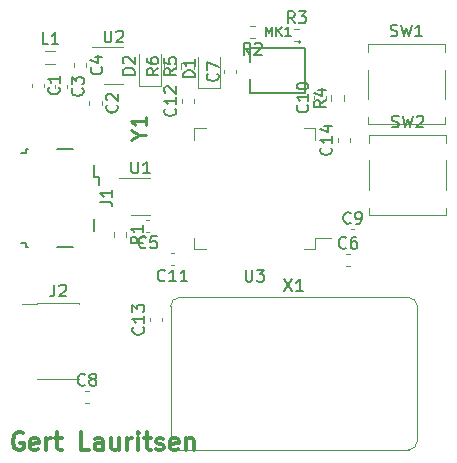
<source format=gbr>
%TF.GenerationSoftware,KiCad,Pcbnew,(6.0.0)*%
%TF.CreationDate,2022-03-30T15:51:48+02:00*%
%TF.ProjectId,USBMIc,5553424d-4963-42e6-9b69-6361645f7063,rev?*%
%TF.SameCoordinates,Original*%
%TF.FileFunction,Legend,Top*%
%TF.FilePolarity,Positive*%
%FSLAX46Y46*%
G04 Gerber Fmt 4.6, Leading zero omitted, Abs format (unit mm)*
G04 Created by KiCad (PCBNEW (6.0.0)) date 2022-03-30 15:51:48*
%MOMM*%
%LPD*%
G01*
G04 APERTURE LIST*
%ADD10C,0.300000*%
%ADD11C,0.150000*%
%ADD12C,0.254000*%
%ADD13C,0.120000*%
%ADD14C,0.200000*%
%ADD15C,0.127000*%
G04 APERTURE END LIST*
D10*
X67842857Y-93450000D02*
X67700000Y-93378571D01*
X67485714Y-93378571D01*
X67271428Y-93450000D01*
X67128571Y-93592857D01*
X67057142Y-93735714D01*
X66985714Y-94021428D01*
X66985714Y-94235714D01*
X67057142Y-94521428D01*
X67128571Y-94664285D01*
X67271428Y-94807142D01*
X67485714Y-94878571D01*
X67628571Y-94878571D01*
X67842857Y-94807142D01*
X67914285Y-94735714D01*
X67914285Y-94235714D01*
X67628571Y-94235714D01*
X69128571Y-94807142D02*
X68985714Y-94878571D01*
X68700000Y-94878571D01*
X68557142Y-94807142D01*
X68485714Y-94664285D01*
X68485714Y-94092857D01*
X68557142Y-93950000D01*
X68700000Y-93878571D01*
X68985714Y-93878571D01*
X69128571Y-93950000D01*
X69200000Y-94092857D01*
X69200000Y-94235714D01*
X68485714Y-94378571D01*
X69842857Y-94878571D02*
X69842857Y-93878571D01*
X69842857Y-94164285D02*
X69914285Y-94021428D01*
X69985714Y-93950000D01*
X70128571Y-93878571D01*
X70271428Y-93878571D01*
X70557142Y-93878571D02*
X71128571Y-93878571D01*
X70771428Y-93378571D02*
X70771428Y-94664285D01*
X70842857Y-94807142D01*
X70985714Y-94878571D01*
X71128571Y-94878571D01*
X73485714Y-94878571D02*
X72771428Y-94878571D01*
X72771428Y-93378571D01*
X74628571Y-94878571D02*
X74628571Y-94092857D01*
X74557142Y-93950000D01*
X74414285Y-93878571D01*
X74128571Y-93878571D01*
X73985714Y-93950000D01*
X74628571Y-94807142D02*
X74485714Y-94878571D01*
X74128571Y-94878571D01*
X73985714Y-94807142D01*
X73914285Y-94664285D01*
X73914285Y-94521428D01*
X73985714Y-94378571D01*
X74128571Y-94307142D01*
X74485714Y-94307142D01*
X74628571Y-94235714D01*
X75985714Y-93878571D02*
X75985714Y-94878571D01*
X75342857Y-93878571D02*
X75342857Y-94664285D01*
X75414285Y-94807142D01*
X75557142Y-94878571D01*
X75771428Y-94878571D01*
X75914285Y-94807142D01*
X75985714Y-94735714D01*
X76700000Y-94878571D02*
X76700000Y-93878571D01*
X76700000Y-94164285D02*
X76771428Y-94021428D01*
X76842857Y-93950000D01*
X76985714Y-93878571D01*
X77128571Y-93878571D01*
X77628571Y-94878571D02*
X77628571Y-93878571D01*
X77628571Y-93378571D02*
X77557142Y-93450000D01*
X77628571Y-93521428D01*
X77700000Y-93450000D01*
X77628571Y-93378571D01*
X77628571Y-93521428D01*
X78128571Y-93878571D02*
X78700000Y-93878571D01*
X78342857Y-93378571D02*
X78342857Y-94664285D01*
X78414285Y-94807142D01*
X78557142Y-94878571D01*
X78700000Y-94878571D01*
X79128571Y-94807142D02*
X79271428Y-94878571D01*
X79557142Y-94878571D01*
X79700000Y-94807142D01*
X79771428Y-94664285D01*
X79771428Y-94592857D01*
X79700000Y-94450000D01*
X79557142Y-94378571D01*
X79342857Y-94378571D01*
X79200000Y-94307142D01*
X79128571Y-94164285D01*
X79128571Y-94092857D01*
X79200000Y-93950000D01*
X79342857Y-93878571D01*
X79557142Y-93878571D01*
X79700000Y-93950000D01*
X80985714Y-94807142D02*
X80842857Y-94878571D01*
X80557142Y-94878571D01*
X80414285Y-94807142D01*
X80342857Y-94664285D01*
X80342857Y-94092857D01*
X80414285Y-93950000D01*
X80557142Y-93878571D01*
X80842857Y-93878571D01*
X80985714Y-93950000D01*
X81057142Y-94092857D01*
X81057142Y-94235714D01*
X80342857Y-94378571D01*
X81700000Y-93878571D02*
X81700000Y-94878571D01*
X81700000Y-94021428D02*
X81771428Y-93950000D01*
X81914285Y-93878571D01*
X82128571Y-93878571D01*
X82271428Y-93950000D01*
X82342857Y-94092857D01*
X82342857Y-94878571D01*
D11*
%TO.C,C14*%
X93927142Y-69267857D02*
X93974761Y-69315476D01*
X94022380Y-69458333D01*
X94022380Y-69553571D01*
X93974761Y-69696428D01*
X93879523Y-69791666D01*
X93784285Y-69839285D01*
X93593809Y-69886904D01*
X93450952Y-69886904D01*
X93260476Y-69839285D01*
X93165238Y-69791666D01*
X93070000Y-69696428D01*
X93022380Y-69553571D01*
X93022380Y-69458333D01*
X93070000Y-69315476D01*
X93117619Y-69267857D01*
X94022380Y-68315476D02*
X94022380Y-68886904D01*
X94022380Y-68601190D02*
X93022380Y-68601190D01*
X93165238Y-68696428D01*
X93260476Y-68791666D01*
X93308095Y-68886904D01*
X93355714Y-67458333D02*
X94022380Y-67458333D01*
X92974761Y-67696428D02*
X93689047Y-67934523D01*
X93689047Y-67315476D01*
%TO.C,C13*%
X78027142Y-84467857D02*
X78074761Y-84515476D01*
X78122380Y-84658333D01*
X78122380Y-84753571D01*
X78074761Y-84896428D01*
X77979523Y-84991666D01*
X77884285Y-85039285D01*
X77693809Y-85086904D01*
X77550952Y-85086904D01*
X77360476Y-85039285D01*
X77265238Y-84991666D01*
X77170000Y-84896428D01*
X77122380Y-84753571D01*
X77122380Y-84658333D01*
X77170000Y-84515476D01*
X77217619Y-84467857D01*
X78122380Y-83515476D02*
X78122380Y-84086904D01*
X78122380Y-83801190D02*
X77122380Y-83801190D01*
X77265238Y-83896428D01*
X77360476Y-83991666D01*
X77408095Y-84086904D01*
X77122380Y-83182142D02*
X77122380Y-82563095D01*
X77503333Y-82896428D01*
X77503333Y-82753571D01*
X77550952Y-82658333D01*
X77598571Y-82610714D01*
X77693809Y-82563095D01*
X77931904Y-82563095D01*
X78027142Y-82610714D01*
X78074761Y-82658333D01*
X78122380Y-82753571D01*
X78122380Y-83039285D01*
X78074761Y-83134523D01*
X78027142Y-83182142D01*
%TO.C,C12*%
X80727142Y-65967857D02*
X80774761Y-66015476D01*
X80822380Y-66158333D01*
X80822380Y-66253571D01*
X80774761Y-66396428D01*
X80679523Y-66491666D01*
X80584285Y-66539285D01*
X80393809Y-66586904D01*
X80250952Y-66586904D01*
X80060476Y-66539285D01*
X79965238Y-66491666D01*
X79870000Y-66396428D01*
X79822380Y-66253571D01*
X79822380Y-66158333D01*
X79870000Y-66015476D01*
X79917619Y-65967857D01*
X80822380Y-65015476D02*
X80822380Y-65586904D01*
X80822380Y-65301190D02*
X79822380Y-65301190D01*
X79965238Y-65396428D01*
X80060476Y-65491666D01*
X80108095Y-65586904D01*
X79917619Y-64634523D02*
X79870000Y-64586904D01*
X79822380Y-64491666D01*
X79822380Y-64253571D01*
X79870000Y-64158333D01*
X79917619Y-64110714D01*
X80012857Y-64063095D01*
X80108095Y-64063095D01*
X80250952Y-64110714D01*
X80822380Y-64682142D01*
X80822380Y-64063095D01*
%TO.C,C11*%
X79882142Y-80487142D02*
X79834523Y-80534761D01*
X79691666Y-80582380D01*
X79596428Y-80582380D01*
X79453571Y-80534761D01*
X79358333Y-80439523D01*
X79310714Y-80344285D01*
X79263095Y-80153809D01*
X79263095Y-80010952D01*
X79310714Y-79820476D01*
X79358333Y-79725238D01*
X79453571Y-79630000D01*
X79596428Y-79582380D01*
X79691666Y-79582380D01*
X79834523Y-79630000D01*
X79882142Y-79677619D01*
X80834523Y-80582380D02*
X80263095Y-80582380D01*
X80548809Y-80582380D02*
X80548809Y-79582380D01*
X80453571Y-79725238D01*
X80358333Y-79820476D01*
X80263095Y-79868095D01*
X81786904Y-80582380D02*
X81215476Y-80582380D01*
X81501190Y-80582380D02*
X81501190Y-79582380D01*
X81405952Y-79725238D01*
X81310714Y-79820476D01*
X81215476Y-79868095D01*
%TO.C,C10*%
X91927142Y-65667857D02*
X91974761Y-65715476D01*
X92022380Y-65858333D01*
X92022380Y-65953571D01*
X91974761Y-66096428D01*
X91879523Y-66191666D01*
X91784285Y-66239285D01*
X91593809Y-66286904D01*
X91450952Y-66286904D01*
X91260476Y-66239285D01*
X91165238Y-66191666D01*
X91070000Y-66096428D01*
X91022380Y-65953571D01*
X91022380Y-65858333D01*
X91070000Y-65715476D01*
X91117619Y-65667857D01*
X92022380Y-64715476D02*
X92022380Y-65286904D01*
X92022380Y-65001190D02*
X91022380Y-65001190D01*
X91165238Y-65096428D01*
X91260476Y-65191666D01*
X91308095Y-65286904D01*
X91022380Y-64096428D02*
X91022380Y-64001190D01*
X91070000Y-63905952D01*
X91117619Y-63858333D01*
X91212857Y-63810714D01*
X91403333Y-63763095D01*
X91641428Y-63763095D01*
X91831904Y-63810714D01*
X91927142Y-63858333D01*
X91974761Y-63905952D01*
X92022380Y-64001190D01*
X92022380Y-64096428D01*
X91974761Y-64191666D01*
X91927142Y-64239285D01*
X91831904Y-64286904D01*
X91641428Y-64334523D01*
X91403333Y-64334523D01*
X91212857Y-64286904D01*
X91117619Y-64239285D01*
X91070000Y-64191666D01*
X91022380Y-64096428D01*
%TO.C,C9*%
X95608333Y-75627142D02*
X95560714Y-75674761D01*
X95417857Y-75722380D01*
X95322619Y-75722380D01*
X95179761Y-75674761D01*
X95084523Y-75579523D01*
X95036904Y-75484285D01*
X94989285Y-75293809D01*
X94989285Y-75150952D01*
X95036904Y-74960476D01*
X95084523Y-74865238D01*
X95179761Y-74770000D01*
X95322619Y-74722380D01*
X95417857Y-74722380D01*
X95560714Y-74770000D01*
X95608333Y-74817619D01*
X96084523Y-75722380D02*
X96275000Y-75722380D01*
X96370238Y-75674761D01*
X96417857Y-75627142D01*
X96513095Y-75484285D01*
X96560714Y-75293809D01*
X96560714Y-74912857D01*
X96513095Y-74817619D01*
X96465476Y-74770000D01*
X96370238Y-74722380D01*
X96179761Y-74722380D01*
X96084523Y-74770000D01*
X96036904Y-74817619D01*
X95989285Y-74912857D01*
X95989285Y-75150952D01*
X96036904Y-75246190D01*
X96084523Y-75293809D01*
X96179761Y-75341428D01*
X96370238Y-75341428D01*
X96465476Y-75293809D01*
X96513095Y-75246190D01*
X96560714Y-75150952D01*
D12*
%TO.C,Y1*%
X77669761Y-68174761D02*
X78274523Y-68174761D01*
X77004523Y-68598095D02*
X77669761Y-68174761D01*
X77004523Y-67751428D01*
X78274523Y-66662857D02*
X78274523Y-67388571D01*
X78274523Y-67025714D02*
X77004523Y-67025714D01*
X77185952Y-67146666D01*
X77306904Y-67267619D01*
X77367380Y-67388571D01*
D11*
%TO.C,X1*%
X89990476Y-80402380D02*
X90657142Y-81402380D01*
X90657142Y-80402380D02*
X89990476Y-81402380D01*
X91561904Y-81402380D02*
X90990476Y-81402380D01*
X91276190Y-81402380D02*
X91276190Y-80402380D01*
X91180952Y-80545238D01*
X91085714Y-80640476D01*
X90990476Y-80688095D01*
%TO.C,U3*%
X86713095Y-79602380D02*
X86713095Y-80411904D01*
X86760714Y-80507142D01*
X86808333Y-80554761D01*
X86903571Y-80602380D01*
X87094047Y-80602380D01*
X87189285Y-80554761D01*
X87236904Y-80507142D01*
X87284523Y-80411904D01*
X87284523Y-79602380D01*
X87665476Y-79602380D02*
X88284523Y-79602380D01*
X87951190Y-79983333D01*
X88094047Y-79983333D01*
X88189285Y-80030952D01*
X88236904Y-80078571D01*
X88284523Y-80173809D01*
X88284523Y-80411904D01*
X88236904Y-80507142D01*
X88189285Y-80554761D01*
X88094047Y-80602380D01*
X87808333Y-80602380D01*
X87713095Y-80554761D01*
X87665476Y-80507142D01*
%TO.C,U2*%
X74775595Y-59352380D02*
X74775595Y-60161904D01*
X74823214Y-60257142D01*
X74870833Y-60304761D01*
X74966071Y-60352380D01*
X75156547Y-60352380D01*
X75251785Y-60304761D01*
X75299404Y-60257142D01*
X75347023Y-60161904D01*
X75347023Y-59352380D01*
X75775595Y-59447619D02*
X75823214Y-59400000D01*
X75918452Y-59352380D01*
X76156547Y-59352380D01*
X76251785Y-59400000D01*
X76299404Y-59447619D01*
X76347023Y-59542857D01*
X76347023Y-59638095D01*
X76299404Y-59780952D01*
X75727976Y-60352380D01*
X76347023Y-60352380D01*
%TO.C,U1*%
X77038095Y-70452380D02*
X77038095Y-71261904D01*
X77085714Y-71357142D01*
X77133333Y-71404761D01*
X77228571Y-71452380D01*
X77419047Y-71452380D01*
X77514285Y-71404761D01*
X77561904Y-71357142D01*
X77609523Y-71261904D01*
X77609523Y-70452380D01*
X78609523Y-71452380D02*
X78038095Y-71452380D01*
X78323809Y-71452380D02*
X78323809Y-70452380D01*
X78228571Y-70595238D01*
X78133333Y-70690476D01*
X78038095Y-70738095D01*
%TO.C,SW2*%
X99091666Y-67504761D02*
X99234523Y-67552380D01*
X99472619Y-67552380D01*
X99567857Y-67504761D01*
X99615476Y-67457142D01*
X99663095Y-67361904D01*
X99663095Y-67266666D01*
X99615476Y-67171428D01*
X99567857Y-67123809D01*
X99472619Y-67076190D01*
X99282142Y-67028571D01*
X99186904Y-66980952D01*
X99139285Y-66933333D01*
X99091666Y-66838095D01*
X99091666Y-66742857D01*
X99139285Y-66647619D01*
X99186904Y-66600000D01*
X99282142Y-66552380D01*
X99520238Y-66552380D01*
X99663095Y-66600000D01*
X99996428Y-66552380D02*
X100234523Y-67552380D01*
X100425000Y-66838095D01*
X100615476Y-67552380D01*
X100853571Y-66552380D01*
X101186904Y-66647619D02*
X101234523Y-66600000D01*
X101329761Y-66552380D01*
X101567857Y-66552380D01*
X101663095Y-66600000D01*
X101710714Y-66647619D01*
X101758333Y-66742857D01*
X101758333Y-66838095D01*
X101710714Y-66980952D01*
X101139285Y-67552380D01*
X101758333Y-67552380D01*
%TO.C,SW1*%
X98991666Y-59804761D02*
X99134523Y-59852380D01*
X99372619Y-59852380D01*
X99467857Y-59804761D01*
X99515476Y-59757142D01*
X99563095Y-59661904D01*
X99563095Y-59566666D01*
X99515476Y-59471428D01*
X99467857Y-59423809D01*
X99372619Y-59376190D01*
X99182142Y-59328571D01*
X99086904Y-59280952D01*
X99039285Y-59233333D01*
X98991666Y-59138095D01*
X98991666Y-59042857D01*
X99039285Y-58947619D01*
X99086904Y-58900000D01*
X99182142Y-58852380D01*
X99420238Y-58852380D01*
X99563095Y-58900000D01*
X99896428Y-58852380D02*
X100134523Y-59852380D01*
X100325000Y-59138095D01*
X100515476Y-59852380D01*
X100753571Y-58852380D01*
X101658333Y-59852380D02*
X101086904Y-59852380D01*
X101372619Y-59852380D02*
X101372619Y-58852380D01*
X101277380Y-58995238D01*
X101182142Y-59090476D01*
X101086904Y-59138095D01*
%TO.C,R6*%
X79322380Y-62541666D02*
X78846190Y-62875000D01*
X79322380Y-63113095D02*
X78322380Y-63113095D01*
X78322380Y-62732142D01*
X78370000Y-62636904D01*
X78417619Y-62589285D01*
X78512857Y-62541666D01*
X78655714Y-62541666D01*
X78750952Y-62589285D01*
X78798571Y-62636904D01*
X78846190Y-62732142D01*
X78846190Y-63113095D01*
X78322380Y-61684523D02*
X78322380Y-61875000D01*
X78370000Y-61970238D01*
X78417619Y-62017857D01*
X78560476Y-62113095D01*
X78750952Y-62160714D01*
X79131904Y-62160714D01*
X79227142Y-62113095D01*
X79274761Y-62065476D01*
X79322380Y-61970238D01*
X79322380Y-61779761D01*
X79274761Y-61684523D01*
X79227142Y-61636904D01*
X79131904Y-61589285D01*
X78893809Y-61589285D01*
X78798571Y-61636904D01*
X78750952Y-61684523D01*
X78703333Y-61779761D01*
X78703333Y-61970238D01*
X78750952Y-62065476D01*
X78798571Y-62113095D01*
X78893809Y-62160714D01*
%TO.C,R5*%
X80822380Y-62541666D02*
X80346190Y-62875000D01*
X80822380Y-63113095D02*
X79822380Y-63113095D01*
X79822380Y-62732142D01*
X79870000Y-62636904D01*
X79917619Y-62589285D01*
X80012857Y-62541666D01*
X80155714Y-62541666D01*
X80250952Y-62589285D01*
X80298571Y-62636904D01*
X80346190Y-62732142D01*
X80346190Y-63113095D01*
X79822380Y-61636904D02*
X79822380Y-62113095D01*
X80298571Y-62160714D01*
X80250952Y-62113095D01*
X80203333Y-62017857D01*
X80203333Y-61779761D01*
X80250952Y-61684523D01*
X80298571Y-61636904D01*
X80393809Y-61589285D01*
X80631904Y-61589285D01*
X80727142Y-61636904D01*
X80774761Y-61684523D01*
X80822380Y-61779761D01*
X80822380Y-62017857D01*
X80774761Y-62113095D01*
X80727142Y-62160714D01*
%TO.C,R4*%
X93522380Y-65241666D02*
X93046190Y-65575000D01*
X93522380Y-65813095D02*
X92522380Y-65813095D01*
X92522380Y-65432142D01*
X92570000Y-65336904D01*
X92617619Y-65289285D01*
X92712857Y-65241666D01*
X92855714Y-65241666D01*
X92950952Y-65289285D01*
X92998571Y-65336904D01*
X93046190Y-65432142D01*
X93046190Y-65813095D01*
X92855714Y-64384523D02*
X93522380Y-64384523D01*
X92474761Y-64622619D02*
X93189047Y-64860714D01*
X93189047Y-64241666D01*
%TO.C,R3*%
X90858333Y-58722380D02*
X90525000Y-58246190D01*
X90286904Y-58722380D02*
X90286904Y-57722380D01*
X90667857Y-57722380D01*
X90763095Y-57770000D01*
X90810714Y-57817619D01*
X90858333Y-57912857D01*
X90858333Y-58055714D01*
X90810714Y-58150952D01*
X90763095Y-58198571D01*
X90667857Y-58246190D01*
X90286904Y-58246190D01*
X91191666Y-57722380D02*
X91810714Y-57722380D01*
X91477380Y-58103333D01*
X91620238Y-58103333D01*
X91715476Y-58150952D01*
X91763095Y-58198571D01*
X91810714Y-58293809D01*
X91810714Y-58531904D01*
X91763095Y-58627142D01*
X91715476Y-58674761D01*
X91620238Y-58722380D01*
X91334523Y-58722380D01*
X91239285Y-58674761D01*
X91191666Y-58627142D01*
%TO.C,R2*%
X87108333Y-61382380D02*
X86775000Y-60906190D01*
X86536904Y-61382380D02*
X86536904Y-60382380D01*
X86917857Y-60382380D01*
X87013095Y-60430000D01*
X87060714Y-60477619D01*
X87108333Y-60572857D01*
X87108333Y-60715714D01*
X87060714Y-60810952D01*
X87013095Y-60858571D01*
X86917857Y-60906190D01*
X86536904Y-60906190D01*
X87489285Y-60477619D02*
X87536904Y-60430000D01*
X87632142Y-60382380D01*
X87870238Y-60382380D01*
X87965476Y-60430000D01*
X88013095Y-60477619D01*
X88060714Y-60572857D01*
X88060714Y-60668095D01*
X88013095Y-60810952D01*
X87441666Y-61382380D01*
X88060714Y-61382380D01*
%TO.C,R1*%
X77982380Y-76791666D02*
X77506190Y-77125000D01*
X77982380Y-77363095D02*
X76982380Y-77363095D01*
X76982380Y-76982142D01*
X77030000Y-76886904D01*
X77077619Y-76839285D01*
X77172857Y-76791666D01*
X77315714Y-76791666D01*
X77410952Y-76839285D01*
X77458571Y-76886904D01*
X77506190Y-76982142D01*
X77506190Y-77363095D01*
X77982380Y-75839285D02*
X77982380Y-76410714D01*
X77982380Y-76125000D02*
X76982380Y-76125000D01*
X77125238Y-76220238D01*
X77220476Y-76315476D01*
X77268095Y-76410714D01*
%TO.C,MK1*%
X88392380Y-59826404D02*
X88392380Y-59026404D01*
X88659047Y-59597833D01*
X88925714Y-59026404D01*
X88925714Y-59826404D01*
X89306666Y-59826404D02*
X89306666Y-59026404D01*
X89763809Y-59826404D02*
X89420952Y-59369261D01*
X89763809Y-59026404D02*
X89306666Y-59483547D01*
X90525714Y-59826404D02*
X90068571Y-59826404D01*
X90297142Y-59826404D02*
X90297142Y-59026404D01*
X90220952Y-59140690D01*
X90144761Y-59216880D01*
X90068571Y-59254976D01*
%TO.C,L1*%
X69995833Y-60502380D02*
X69519642Y-60502380D01*
X69519642Y-59502380D01*
X70852976Y-60502380D02*
X70281547Y-60502380D01*
X70567261Y-60502380D02*
X70567261Y-59502380D01*
X70472023Y-59645238D01*
X70376785Y-59740476D01*
X70281547Y-59788095D01*
%TO.C,J2*%
X70516666Y-80857380D02*
X70516666Y-81571666D01*
X70469047Y-81714523D01*
X70373809Y-81809761D01*
X70230952Y-81857380D01*
X70135714Y-81857380D01*
X70945238Y-80952619D02*
X70992857Y-80905000D01*
X71088095Y-80857380D01*
X71326190Y-80857380D01*
X71421428Y-80905000D01*
X71469047Y-80952619D01*
X71516666Y-81047857D01*
X71516666Y-81143095D01*
X71469047Y-81285952D01*
X70897619Y-81857380D01*
X71516666Y-81857380D01*
%TO.C,J1*%
X74402380Y-73858333D02*
X75116666Y-73858333D01*
X75259523Y-73905952D01*
X75354761Y-74001190D01*
X75402380Y-74144047D01*
X75402380Y-74239285D01*
X75402380Y-72858333D02*
X75402380Y-73429761D01*
X75402380Y-73144047D02*
X74402380Y-73144047D01*
X74545238Y-73239285D01*
X74640476Y-73334523D01*
X74688095Y-73429761D01*
%TO.C,D2*%
X77302380Y-63075595D02*
X76302380Y-63075595D01*
X76302380Y-62837500D01*
X76350000Y-62694642D01*
X76445238Y-62599404D01*
X76540476Y-62551785D01*
X76730952Y-62504166D01*
X76873809Y-62504166D01*
X77064285Y-62551785D01*
X77159523Y-62599404D01*
X77254761Y-62694642D01*
X77302380Y-62837500D01*
X77302380Y-63075595D01*
X76397619Y-62123214D02*
X76350000Y-62075595D01*
X76302380Y-61980357D01*
X76302380Y-61742261D01*
X76350000Y-61647023D01*
X76397619Y-61599404D01*
X76492857Y-61551785D01*
X76588095Y-61551785D01*
X76730952Y-61599404D01*
X77302380Y-62170833D01*
X77302380Y-61551785D01*
%TO.C,D1*%
X82402380Y-63300595D02*
X81402380Y-63300595D01*
X81402380Y-63062500D01*
X81450000Y-62919642D01*
X81545238Y-62824404D01*
X81640476Y-62776785D01*
X81830952Y-62729166D01*
X81973809Y-62729166D01*
X82164285Y-62776785D01*
X82259523Y-62824404D01*
X82354761Y-62919642D01*
X82402380Y-63062500D01*
X82402380Y-63300595D01*
X82402380Y-61776785D02*
X82402380Y-62348214D01*
X82402380Y-62062500D02*
X81402380Y-62062500D01*
X81545238Y-62157738D01*
X81640476Y-62252976D01*
X81688095Y-62348214D01*
%TO.C,C8*%
X73108333Y-89327142D02*
X73060714Y-89374761D01*
X72917857Y-89422380D01*
X72822619Y-89422380D01*
X72679761Y-89374761D01*
X72584523Y-89279523D01*
X72536904Y-89184285D01*
X72489285Y-88993809D01*
X72489285Y-88850952D01*
X72536904Y-88660476D01*
X72584523Y-88565238D01*
X72679761Y-88470000D01*
X72822619Y-88422380D01*
X72917857Y-88422380D01*
X73060714Y-88470000D01*
X73108333Y-88517619D01*
X73679761Y-88850952D02*
X73584523Y-88803333D01*
X73536904Y-88755714D01*
X73489285Y-88660476D01*
X73489285Y-88612857D01*
X73536904Y-88517619D01*
X73584523Y-88470000D01*
X73679761Y-88422380D01*
X73870238Y-88422380D01*
X73965476Y-88470000D01*
X74013095Y-88517619D01*
X74060714Y-88612857D01*
X74060714Y-88660476D01*
X74013095Y-88755714D01*
X73965476Y-88803333D01*
X73870238Y-88850952D01*
X73679761Y-88850952D01*
X73584523Y-88898571D01*
X73536904Y-88946190D01*
X73489285Y-89041428D01*
X73489285Y-89231904D01*
X73536904Y-89327142D01*
X73584523Y-89374761D01*
X73679761Y-89422380D01*
X73870238Y-89422380D01*
X73965476Y-89374761D01*
X74013095Y-89327142D01*
X74060714Y-89231904D01*
X74060714Y-89041428D01*
X74013095Y-88946190D01*
X73965476Y-88898571D01*
X73870238Y-88850952D01*
%TO.C,C7*%
X84327142Y-62991666D02*
X84374761Y-63039285D01*
X84422380Y-63182142D01*
X84422380Y-63277380D01*
X84374761Y-63420238D01*
X84279523Y-63515476D01*
X84184285Y-63563095D01*
X83993809Y-63610714D01*
X83850952Y-63610714D01*
X83660476Y-63563095D01*
X83565238Y-63515476D01*
X83470000Y-63420238D01*
X83422380Y-63277380D01*
X83422380Y-63182142D01*
X83470000Y-63039285D01*
X83517619Y-62991666D01*
X83422380Y-62658333D02*
X83422380Y-61991666D01*
X84422380Y-62420238D01*
%TO.C,C6*%
X95208333Y-77727142D02*
X95160714Y-77774761D01*
X95017857Y-77822380D01*
X94922619Y-77822380D01*
X94779761Y-77774761D01*
X94684523Y-77679523D01*
X94636904Y-77584285D01*
X94589285Y-77393809D01*
X94589285Y-77250952D01*
X94636904Y-77060476D01*
X94684523Y-76965238D01*
X94779761Y-76870000D01*
X94922619Y-76822380D01*
X95017857Y-76822380D01*
X95160714Y-76870000D01*
X95208333Y-76917619D01*
X96065476Y-76822380D02*
X95875000Y-76822380D01*
X95779761Y-76870000D01*
X95732142Y-76917619D01*
X95636904Y-77060476D01*
X95589285Y-77250952D01*
X95589285Y-77631904D01*
X95636904Y-77727142D01*
X95684523Y-77774761D01*
X95779761Y-77822380D01*
X95970238Y-77822380D01*
X96065476Y-77774761D01*
X96113095Y-77727142D01*
X96160714Y-77631904D01*
X96160714Y-77393809D01*
X96113095Y-77298571D01*
X96065476Y-77250952D01*
X95970238Y-77203333D01*
X95779761Y-77203333D01*
X95684523Y-77250952D01*
X95636904Y-77298571D01*
X95589285Y-77393809D01*
%TO.C,C5*%
X78258333Y-77687142D02*
X78210714Y-77734761D01*
X78067857Y-77782380D01*
X77972619Y-77782380D01*
X77829761Y-77734761D01*
X77734523Y-77639523D01*
X77686904Y-77544285D01*
X77639285Y-77353809D01*
X77639285Y-77210952D01*
X77686904Y-77020476D01*
X77734523Y-76925238D01*
X77829761Y-76830000D01*
X77972619Y-76782380D01*
X78067857Y-76782380D01*
X78210714Y-76830000D01*
X78258333Y-76877619D01*
X79163095Y-76782380D02*
X78686904Y-76782380D01*
X78639285Y-77258571D01*
X78686904Y-77210952D01*
X78782142Y-77163333D01*
X79020238Y-77163333D01*
X79115476Y-77210952D01*
X79163095Y-77258571D01*
X79210714Y-77353809D01*
X79210714Y-77591904D01*
X79163095Y-77687142D01*
X79115476Y-77734761D01*
X79020238Y-77782380D01*
X78782142Y-77782380D01*
X78686904Y-77734761D01*
X78639285Y-77687142D01*
%TO.C,C4*%
X74487142Y-62441666D02*
X74534761Y-62489285D01*
X74582380Y-62632142D01*
X74582380Y-62727380D01*
X74534761Y-62870238D01*
X74439523Y-62965476D01*
X74344285Y-63013095D01*
X74153809Y-63060714D01*
X74010952Y-63060714D01*
X73820476Y-63013095D01*
X73725238Y-62965476D01*
X73630000Y-62870238D01*
X73582380Y-62727380D01*
X73582380Y-62632142D01*
X73630000Y-62489285D01*
X73677619Y-62441666D01*
X73915714Y-61584523D02*
X74582380Y-61584523D01*
X73534761Y-61822619D02*
X74249047Y-62060714D01*
X74249047Y-61441666D01*
%TO.C,C3*%
X72887142Y-64241666D02*
X72934761Y-64289285D01*
X72982380Y-64432142D01*
X72982380Y-64527380D01*
X72934761Y-64670238D01*
X72839523Y-64765476D01*
X72744285Y-64813095D01*
X72553809Y-64860714D01*
X72410952Y-64860714D01*
X72220476Y-64813095D01*
X72125238Y-64765476D01*
X72030000Y-64670238D01*
X71982380Y-64527380D01*
X71982380Y-64432142D01*
X72030000Y-64289285D01*
X72077619Y-64241666D01*
X71982380Y-63908333D02*
X71982380Y-63289285D01*
X72363333Y-63622619D01*
X72363333Y-63479761D01*
X72410952Y-63384523D01*
X72458571Y-63336904D01*
X72553809Y-63289285D01*
X72791904Y-63289285D01*
X72887142Y-63336904D01*
X72934761Y-63384523D01*
X72982380Y-63479761D01*
X72982380Y-63765476D01*
X72934761Y-63860714D01*
X72887142Y-63908333D01*
%TO.C,C2*%
X75787142Y-65641666D02*
X75834761Y-65689285D01*
X75882380Y-65832142D01*
X75882380Y-65927380D01*
X75834761Y-66070238D01*
X75739523Y-66165476D01*
X75644285Y-66213095D01*
X75453809Y-66260714D01*
X75310952Y-66260714D01*
X75120476Y-66213095D01*
X75025238Y-66165476D01*
X74930000Y-66070238D01*
X74882380Y-65927380D01*
X74882380Y-65832142D01*
X74930000Y-65689285D01*
X74977619Y-65641666D01*
X74977619Y-65260714D02*
X74930000Y-65213095D01*
X74882380Y-65117857D01*
X74882380Y-64879761D01*
X74930000Y-64784523D01*
X74977619Y-64736904D01*
X75072857Y-64689285D01*
X75168095Y-64689285D01*
X75310952Y-64736904D01*
X75882380Y-65308333D01*
X75882380Y-64689285D01*
%TO.C,C1*%
X70887142Y-64141666D02*
X70934761Y-64189285D01*
X70982380Y-64332142D01*
X70982380Y-64427380D01*
X70934761Y-64570238D01*
X70839523Y-64665476D01*
X70744285Y-64713095D01*
X70553809Y-64760714D01*
X70410952Y-64760714D01*
X70220476Y-64713095D01*
X70125238Y-64665476D01*
X70030000Y-64570238D01*
X69982380Y-64427380D01*
X69982380Y-64332142D01*
X70030000Y-64189285D01*
X70077619Y-64141666D01*
X70982380Y-63189285D02*
X70982380Y-63760714D01*
X70982380Y-63475000D02*
X69982380Y-63475000D01*
X70125238Y-63570238D01*
X70220476Y-63665476D01*
X70268095Y-63760714D01*
D13*
%TO.C,C14*%
X94490000Y-68765580D02*
X94490000Y-68484420D01*
X95510000Y-68765580D02*
X95510000Y-68484420D01*
%TO.C,C13*%
X78590000Y-83965580D02*
X78590000Y-83684420D01*
X79610000Y-83965580D02*
X79610000Y-83684420D01*
%TO.C,C12*%
X81290000Y-65465580D02*
X81290000Y-65184420D01*
X82310000Y-65465580D02*
X82310000Y-65184420D01*
%TO.C,C11*%
X80665580Y-79210000D02*
X80384420Y-79210000D01*
X80665580Y-78190000D02*
X80384420Y-78190000D01*
%TO.C,C10*%
X92490000Y-65165580D02*
X92490000Y-64884420D01*
X93510000Y-65165580D02*
X93510000Y-64884420D01*
%TO.C,C9*%
X95634420Y-76190000D02*
X95915580Y-76190000D01*
X95634420Y-77210000D02*
X95915580Y-77210000D01*
D14*
%TO.C,Y1*%
X75300000Y-66300000D02*
X75300000Y-66300000D01*
X75400000Y-66300000D02*
X75400000Y-66300000D01*
X75300000Y-66300000D02*
X75400000Y-66300000D01*
X75300000Y-66300000D02*
G75*
G03*
X75400000Y-66300000I50000J0D01*
G01*
X75400000Y-66300000D02*
G75*
G03*
X75300000Y-66300000I-50000J0D01*
G01*
D13*
%TO.C,X1*%
X80350000Y-82700000D02*
X80350000Y-94850000D01*
X100500000Y-81950000D02*
X81100000Y-81950000D01*
X101250000Y-94100000D02*
X101250000Y-82700000D01*
X80350000Y-94850000D02*
X100500000Y-94850000D01*
X100500000Y-94850000D02*
G75*
G03*
X101250000Y-94100000I0J750000D01*
G01*
X101250000Y-82700000D02*
G75*
G03*
X100500000Y-81950000I-750000J0D01*
G01*
X81100000Y-81950000D02*
G75*
G03*
X80350000Y-82700000I0J-750000D01*
G01*
%TO.C,U3*%
X83315000Y-67640000D02*
X82365000Y-67640000D01*
X82365000Y-67640000D02*
X82365000Y-68590000D01*
X91635000Y-67640000D02*
X92585000Y-67640000D01*
X92585000Y-67640000D02*
X92585000Y-68590000D01*
X83315000Y-77860000D02*
X82365000Y-77860000D01*
X82365000Y-77860000D02*
X82365000Y-76910000D01*
X91635000Y-77860000D02*
X92585000Y-77860000D01*
X92585000Y-77860000D02*
X92585000Y-76910000D01*
X92585000Y-76910000D02*
X93925000Y-76910000D01*
%TO.C,U2*%
X75537500Y-63860000D02*
X76337500Y-63860000D01*
X75537500Y-63860000D02*
X74737500Y-63860000D01*
X75537500Y-60740000D02*
X76337500Y-60740000D01*
X75537500Y-60740000D02*
X73737500Y-60740000D01*
%TO.C,U1*%
X77800000Y-74960000D02*
X78600000Y-74960000D01*
X77800000Y-74960000D02*
X77000000Y-74960000D01*
X77800000Y-71840000D02*
X78600000Y-71840000D01*
X77800000Y-71840000D02*
X76000000Y-71840000D01*
%TO.C,SW2*%
X103675000Y-74350000D02*
X103675000Y-75000000D01*
X103675000Y-75000000D02*
X97175000Y-75000000D01*
X97175000Y-75000000D02*
X97175000Y-74350000D01*
X103675000Y-68850000D02*
X103675000Y-68200000D01*
X103675000Y-68200000D02*
X97175000Y-68200000D01*
X97175000Y-68200000D02*
X97175000Y-68850000D01*
X103675000Y-70350000D02*
X103675000Y-72850000D01*
X97175000Y-70350000D02*
X97175000Y-72850000D01*
%TO.C,SW1*%
X103575000Y-66650000D02*
X103575000Y-67300000D01*
X103575000Y-67300000D02*
X97075000Y-67300000D01*
X97075000Y-67300000D02*
X97075000Y-66650000D01*
X103575000Y-61150000D02*
X103575000Y-60500000D01*
X103575000Y-60500000D02*
X97075000Y-60500000D01*
X97075000Y-60500000D02*
X97075000Y-61150000D01*
X103575000Y-62650000D02*
X103575000Y-65150000D01*
X97075000Y-62650000D02*
X97075000Y-65150000D01*
%TO.C,R6*%
X79777500Y-62612258D02*
X79777500Y-62137742D01*
X80822500Y-62612258D02*
X80822500Y-62137742D01*
%TO.C,R5*%
X81277500Y-62612258D02*
X81277500Y-62137742D01*
X82322500Y-62612258D02*
X82322500Y-62137742D01*
%TO.C,R4*%
X93977500Y-65312258D02*
X93977500Y-64837742D01*
X95022500Y-65312258D02*
X95022500Y-64837742D01*
%TO.C,R3*%
X90787742Y-59177500D02*
X91262258Y-59177500D01*
X90787742Y-60222500D02*
X91262258Y-60222500D01*
%TO.C,R2*%
X87512258Y-60022500D02*
X87037742Y-60022500D01*
X87512258Y-58977500D02*
X87037742Y-58977500D01*
%TO.C,R1*%
X76622500Y-76387742D02*
X76622500Y-76862258D01*
X75577500Y-76387742D02*
X75577500Y-76862258D01*
D15*
%TO.C,MK1*%
X91760000Y-60842500D02*
X91760000Y-64602500D01*
X91760000Y-64602500D02*
X87040000Y-64602500D01*
X91760000Y-60842500D02*
X87040000Y-60842500D01*
X87040000Y-60842500D02*
X87040000Y-61972500D01*
X87040000Y-63472500D02*
X87040000Y-64602500D01*
D14*
X91370000Y-60322500D02*
G75*
G03*
X91370000Y-60322500I-100000J0D01*
G01*
D13*
%TO.C,L1*%
X69762878Y-61040000D02*
X70562122Y-61040000D01*
X69762878Y-62160000D02*
X70562122Y-62160000D01*
%TO.C,J2*%
X69085000Y-82405000D02*
X72615000Y-82405000D01*
X69085000Y-88875000D02*
X72615000Y-88875000D01*
X67760000Y-82470000D02*
X69085000Y-82470000D01*
X69085000Y-82405000D02*
X69085000Y-82470000D01*
X72615000Y-82405000D02*
X72615000Y-82470000D01*
X69085000Y-88810000D02*
X69085000Y-88875000D01*
X72615000Y-88810000D02*
X72615000Y-88875000D01*
D11*
%TO.C,J1*%
X72100000Y-69375000D02*
X70700000Y-69375000D01*
X68300000Y-69375000D02*
X68150000Y-69375000D01*
X68150000Y-69375000D02*
X68150000Y-69675000D01*
X68150000Y-69675000D02*
X67700000Y-69675000D01*
X67700000Y-77375000D02*
X68150000Y-77375000D01*
X68150000Y-77375000D02*
X68150000Y-77675000D01*
X68150000Y-77675000D02*
X68300000Y-77675000D01*
X70700000Y-77675000D02*
X72100000Y-77675000D01*
X74275000Y-72450000D02*
X74275000Y-71725000D01*
X74275000Y-71725000D02*
X73850000Y-71725000D01*
X73850000Y-71725000D02*
X73850000Y-70725000D01*
X73850000Y-75325000D02*
X73850000Y-76325000D01*
D13*
%TO.C,D2*%
X77640000Y-61362500D02*
X77640000Y-64047500D01*
X77640000Y-64047500D02*
X79560000Y-64047500D01*
X79560000Y-64047500D02*
X79560000Y-61362500D01*
%TO.C,D1*%
X82640000Y-61562500D02*
X82640000Y-64247500D01*
X82640000Y-64247500D02*
X84560000Y-64247500D01*
X84560000Y-64247500D02*
X84560000Y-61562500D01*
%TO.C,C8*%
X73134420Y-89890000D02*
X73415580Y-89890000D01*
X73134420Y-90910000D02*
X73415580Y-90910000D01*
%TO.C,C7*%
X84890000Y-62965580D02*
X84890000Y-62684420D01*
X85910000Y-62965580D02*
X85910000Y-62684420D01*
%TO.C,C6*%
X95234420Y-78290000D02*
X95515580Y-78290000D01*
X95234420Y-79310000D02*
X95515580Y-79310000D01*
%TO.C,C5*%
X78565580Y-76410000D02*
X78284420Y-76410000D01*
X78565580Y-75390000D02*
X78284420Y-75390000D01*
%TO.C,C4*%
X73210000Y-62134420D02*
X73210000Y-62415580D01*
X72190000Y-62134420D02*
X72190000Y-62415580D01*
%TO.C,C3*%
X71610000Y-63934420D02*
X71610000Y-64215580D01*
X70590000Y-63934420D02*
X70590000Y-64215580D01*
%TO.C,C2*%
X74510000Y-65334420D02*
X74510000Y-65615580D01*
X73490000Y-65334420D02*
X73490000Y-65615580D01*
%TO.C,C1*%
X69610000Y-63834420D02*
X69610000Y-64115580D01*
X68590000Y-63834420D02*
X68590000Y-64115580D01*
%TD*%
M02*

</source>
